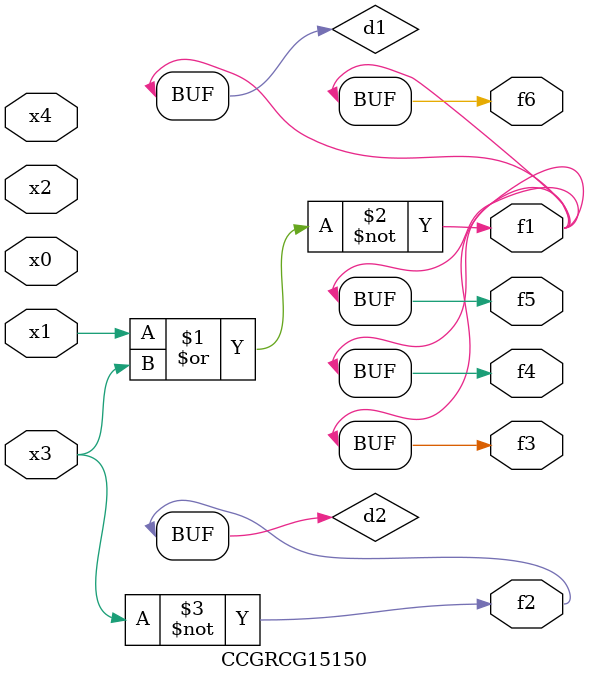
<source format=v>
module CCGRCG15150(
	input x0, x1, x2, x3, x4,
	output f1, f2, f3, f4, f5, f6
);

	wire d1, d2;

	nor (d1, x1, x3);
	not (d2, x3);
	assign f1 = d1;
	assign f2 = d2;
	assign f3 = d1;
	assign f4 = d1;
	assign f5 = d1;
	assign f6 = d1;
endmodule

</source>
